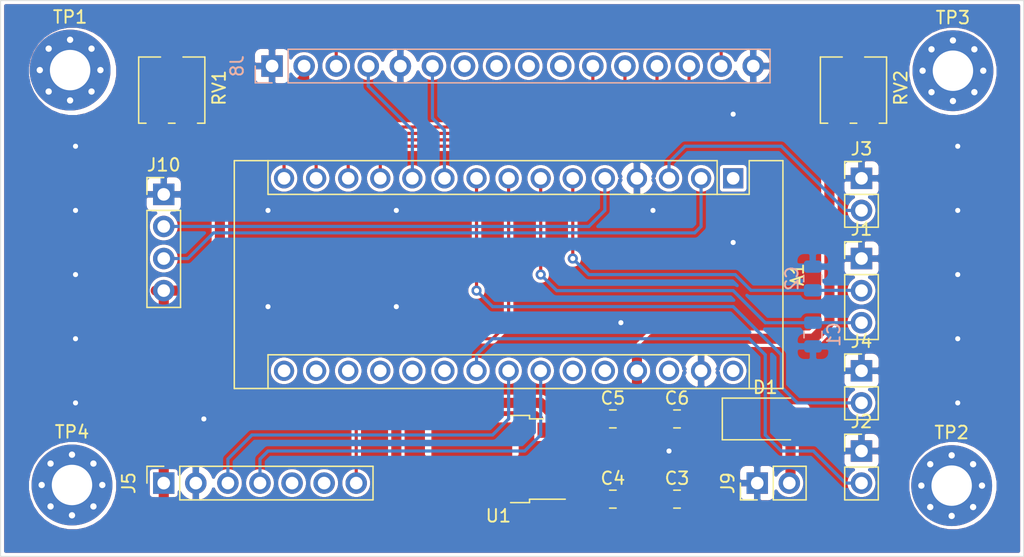
<source format=kicad_pcb>
(kicad_pcb (version 20171130) (host pcbnew "(5.1.6)-1")
  (layers (0 F.Cu signal) (31 B.Cu signal) (34 B.Paste user hide) (35 F.Paste user hide) (36 B.SilkS user) (37 F.SilkS user) (38 B.Mask user hide) (39 F.Mask user) (44 Edge.Cuts user))
  (net 0 "")
  (net 1 "Net-(A1-Pad16)")
  (net 2 D7)
  (net 3 "Net-(A1-Pad30)")
  (net 4 D6)
  (net 5 D5)
  (net 6 "Net-(A1-Pad28)")
  (net 7 D4)
  (net 8 RS)
  (net 9 "Net-(A1-Pad26)")
  (net 10 "Net-(A1-Pad25)")
  (net 11 Résolution)
  (net 12 SCL)
  (net 13 CLK0)
  (net 14 SDA)
  (net 15 RotaryB)
  (net 16 Bande)
  (net 17 RotaryA)
  (net 18 "Net-(A1-Pad21)")
  (net 19 "Net-(A1-Pad20)")
  (net 20 "Net-(A1-Pad19)")
  (net 21 RST)
  (net 22 "Net-(A1-Pad18)")
  (net 23 "Net-(A1-Pad17)")
  (net 24 "Net-(A1-Pad1)")
  (net 25 V0)
  (net 26 A)
  (net 27 "Net-(J8-Pad10)")
  (net 28 "Net-(J8-Pad9)")
  (net 29 "Net-(J8-Pad8)")
  (net 30 "Net-(J8-Pad7)")
  (net 31 +5V)
  (net 32 PPS)
  (net 33 GPS_RX)
  (net 34 E)
  (net 35 +12V)
  (net 36 "Net-(J5-Pad6)")
  (net 37 "Net-(J5-Pad5)")
  (net 38 "Net-(C3-Pad1)")
  (net 39 "Net-(RV2-Pad3)")
  (net 40 GND)
  (module Diode_SMD:D_SMA (layer F.Cu) (at 129.54 71.12)
    (fp_text reference D1 (at 0 -2.5 180) (layer F.SilkS))
    (fp_text value D_Schottky)
    (fp_line (start -3.4 -1.65) (end 2 -1.65) (layer F.SilkS) (width 0.12))
    (fp_line (start -3.4 1.65) (end 2 1.65) (layer F.SilkS) (width 0.12))
    (fp_line (start -3.4 -1.65) (end -3.4 1.65) (layer F.SilkS) (width 0.12))
    (pad 2 smd rect (at 2 0) (size 2.5 1.8) (layers F.Cu F.Paste F.Mask) (net 35 +12V))
    (pad 1 smd rect (at -2 0) (size 2.5 1.8) (layers F.Cu F.Paste F.Mask) (net 38 "Net-(C3-Pad1)"))
  )
  (module Package_TO_SOT_SMD:TO-252-2 (layer F.Cu) (at 108.4072 74.295 180)
    (fp_text reference U1 (at 0 -4.5 180) (layer F.SilkS))
    (fp_text value L7805)
    (fp_line (start -0.97 -3.45) (end -2.47 -3.45) (layer F.SilkS) (width 0.12))
    (fp_line (start -2.47 -3.45) (end -2.47 -3.18) (layer F.SilkS) (width 0.12))
    (fp_line (start -2.47 -3.18) (end -5.3 -3.18) (layer F.SilkS) (width 0.12))
    (fp_line (start -0.97 3.45) (end -2.47 3.45) (layer F.SilkS) (width 0.12))
    (fp_line (start -2.47 3.45) (end -2.47 3.18) (layer F.SilkS) (width 0.12))
    (fp_line (start -2.47 3.18) (end -3.57 3.18) (layer F.SilkS) (width 0.12))
    (pad 2 smd rect (at 2.1 0 180) (size 6.4 5.8) (layers F.Cu F.Mask) (net 40 GND))
    (pad 3 smd rect (at -4.2 2.28 180) (size 2.2 1.2) (layers F.Cu F.Paste F.Mask) (net 31 +5V))
    (pad 1 smd rect (at -4.2 -2.28 180) (size 2.2 1.2) (layers F.Cu F.Paste F.Mask) (net 38 "Net-(C3-Pad1)"))
  )
  (module Module:Arduino_Nano (layer F.Cu) (at 127 52.07 270)
    (fp_text reference A1 (at 7.62 -5.08 90) (layer F.SilkS))
    (fp_text value Arduino_Nano_v3.x)
    (fp_line (start 1.27 1.27) (end 1.27 -1.27) (layer F.SilkS) (width 0.12))
    (fp_line (start 1.27 -1.27) (end -1.4 -1.27) (layer F.SilkS) (width 0.12))
    (fp_line (start -1.4 1.27) (end -1.4 39.5) (layer F.SilkS) (width 0.12))
    (fp_line (start -1.4 -3.94) (end -1.4 -1.27) (layer F.SilkS) (width 0.12))
    (fp_line (start 13.97 -1.27) (end 16.64 -1.27) (layer F.SilkS) (width 0.12))
    (fp_line (start 13.97 -1.27) (end 13.97 36.83) (layer F.SilkS) (width 0.12))
    (fp_line (start 13.97 36.83) (end 16.64 36.83) (layer F.SilkS) (width 0.12))
    (fp_line (start 1.27 1.27) (end -1.4 1.27) (layer F.SilkS) (width 0.12))
    (fp_line (start 1.27 1.27) (end 1.27 36.83) (layer F.SilkS) (width 0.12))
    (fp_line (start 1.27 36.83) (end -1.4 36.83) (layer F.SilkS) (width 0.12))
    (fp_line (start -1.4 39.5) (end 16.64 39.5) (layer F.SilkS) (width 0.12))
    (fp_line (start 16.64 39.5) (end 16.64 -3.94) (layer F.SilkS) (width 0.12))
    (fp_line (start 16.64 -3.94) (end -1.4 -3.94) (layer F.SilkS) (width 0.12))
    (pad 16 thru_hole oval (at 15.24 35.56 270) (size 1.6 1.6) (drill 1) (layers *.Cu *.Mask) (net 1 "Net-(A1-Pad16)"))
    (pad 15 thru_hole oval (at 0 35.56 270) (size 1.6 1.6) (drill 1) (layers *.Cu *.Mask) (net 7 D4))
    (pad 30 thru_hole oval (at 15.24 0 270) (size 1.6 1.6) (drill 1) (layers *.Cu *.Mask) (net 3 "Net-(A1-Pad30)"))
    (pad 14 thru_hole oval (at 0 33.02 270) (size 1.6 1.6) (drill 1) (layers *.Cu *.Mask) (net 5 D5))
    (pad 29 thru_hole oval (at 15.24 2.54 270) (size 1.6 1.6) (drill 1) (layers *.Cu *.Mask) (net 40 GND))
    (pad 13 thru_hole oval (at 0 30.48 270) (size 1.6 1.6) (drill 1) (layers *.Cu *.Mask) (net 4 D6))
    (pad 28 thru_hole oval (at 15.24 5.08 270) (size 1.6 1.6) (drill 1) (layers *.Cu *.Mask) (net 6 "Net-(A1-Pad28)"))
    (pad 12 thru_hole oval (at 0 27.94 270) (size 1.6 1.6) (drill 1) (layers *.Cu *.Mask) (net 2 D7))
    (pad 27 thru_hole oval (at 15.24 7.62 270) (size 1.6 1.6) (drill 1) (layers *.Cu *.Mask) (net 31 +5V))
    (pad 11 thru_hole oval (at 0 25.4 270) (size 1.6 1.6) (drill 1) (layers *.Cu *.Mask) (net 8 RS))
    (pad 26 thru_hole oval (at 15.24 10.16 270) (size 1.6 1.6) (drill 1) (layers *.Cu *.Mask) (net 9 "Net-(A1-Pad26)"))
    (pad 10 thru_hole oval (at 0 22.86 270) (size 1.6 1.6) (drill 1) (layers *.Cu *.Mask) (net 34 E))
    (pad 25 thru_hole oval (at 15.24 12.7 270) (size 1.6 1.6) (drill 1) (layers *.Cu *.Mask) (net 10 "Net-(A1-Pad25)"))
    (pad 9 thru_hole oval (at 0 20.32 270) (size 1.6 1.6) (drill 1) (layers *.Cu *.Mask) (net 11 Résolution))
    (pad 24 thru_hole oval (at 15.24 15.24 270) (size 1.6 1.6) (drill 1) (layers *.Cu *.Mask) (net 12 SCL))
    (pad 8 thru_hole oval (at 0 17.78 270) (size 1.6 1.6) (drill 1) (layers *.Cu *.Mask) (net 13 CLK0))
    (pad 23 thru_hole oval (at 15.24 17.78 270) (size 1.6 1.6) (drill 1) (layers *.Cu *.Mask) (net 14 SDA))
    (pad 7 thru_hole oval (at 0 15.24 270) (size 1.6 1.6) (drill 1) (layers *.Cu *.Mask) (net 15 RotaryB))
    (pad 22 thru_hole oval (at 15.24 20.32 270) (size 1.6 1.6) (drill 1) (layers *.Cu *.Mask) (net 16 Bande))
    (pad 6 thru_hole oval (at 0 12.7 270) (size 1.6 1.6) (drill 1) (layers *.Cu *.Mask) (net 17 RotaryA))
    (pad 21 thru_hole oval (at 15.24 22.86 270) (size 1.6 1.6) (drill 1) (layers *.Cu *.Mask) (net 18 "Net-(A1-Pad21)"))
    (pad 5 thru_hole oval (at 0 10.16 270) (size 1.6 1.6) (drill 1) (layers *.Cu *.Mask) (net 32 PPS))
    (pad 20 thru_hole oval (at 15.24 25.4 270) (size 1.6 1.6) (drill 1) (layers *.Cu *.Mask) (net 19 "Net-(A1-Pad20)"))
    (pad 4 thru_hole oval (at 0 7.62 270) (size 1.6 1.6) (drill 1) (layers *.Cu *.Mask) (net 40 GND))
    (pad 19 thru_hole oval (at 15.24 27.94 270) (size 1.6 1.6) (drill 1) (layers *.Cu *.Mask) (net 20 "Net-(A1-Pad19)"))
    (pad 3 thru_hole oval (at 0 5.08 270) (size 1.6 1.6) (drill 1) (layers *.Cu *.Mask) (net 21 RST))
    (pad 18 thru_hole oval (at 15.24 30.48 270) (size 1.6 1.6) (drill 1) (layers *.Cu *.Mask) (net 22 "Net-(A1-Pad18)"))
    (pad 2 thru_hole oval (at 0 2.54 270) (size 1.6 1.6) (drill 1) (layers *.Cu *.Mask) (net 33 GPS_RX))
    (pad 17 thru_hole oval (at 15.24 33.02 270) (size 1.6 1.6) (drill 1) (layers *.Cu *.Mask) (net 23 "Net-(A1-Pad17)"))
    (pad 1 thru_hole rect (at 0 0 270) (size 1.6 1.6) (drill 1) (layers *.Cu *.Mask) (net 24 "Net-(A1-Pad1)"))
  )
  (module Connector_PinHeader_2.54mm:PinHeader_1x04_P2.54mm_Vertical (layer F.Cu) (at 81.915 53.34)
    (fp_text reference J10 (at 0 -2.33) (layer F.SilkS))
    (fp_text value GPS)
    (fp_line (start -1.33 8.95) (end 1.33 8.95) (layer F.SilkS) (width 0.12))
    (fp_line (start -1.33 1.27) (end -1.33 8.95) (layer F.SilkS) (width 0.12))
    (fp_line (start 1.33 1.27) (end 1.33 8.95) (layer F.SilkS) (width 0.12))
    (fp_line (start -1.33 1.27) (end 1.33 1.27) (layer F.SilkS) (width 0.12))
    (fp_line (start -1.33 0) (end -1.33 -1.33) (layer F.SilkS) (width 0.12))
    (fp_line (start -1.33 -1.33) (end 0 -1.33) (layer F.SilkS) (width 0.12))
    (pad 4 thru_hole oval (at 0 7.62) (size 1.7 1.7) (drill 1) (layers *.Cu *.Mask) (net 31 +5V))
    (pad 3 thru_hole oval (at 0 5.08) (size 1.7 1.7) (drill 1) (layers *.Cu *.Mask) (net 33 GPS_RX))
    (pad 2 thru_hole oval (at 0 2.54) (size 1.7 1.7) (drill 1) (layers *.Cu *.Mask) (net 32 PPS))
    (pad 1 thru_hole rect (at 0 0) (size 1.7 1.7) (drill 1) (layers *.Cu *.Mask) (net 40 GND))
  )
  (module Capacitor_SMD:C_0805_2012Metric (layer F.Cu) (at 122.555 71.12)
    (fp_text reference C6 (at 0 -1.65) (layer F.SilkS))
    (fp_text value 4.7µF)
    (fp_line (start -0.258578 -0.71) (end 0.258578 -0.71) (layer F.SilkS) (width 0.12))
    (fp_line (start -0.258578 0.71) (end 0.258578 0.71) (layer F.SilkS) (width 0.12))
    (pad 2 smd roundrect (at 0.9375 0) (size 0.975 1.4) (layers F.Cu F.Paste F.Mask) (net 40 GND))
    (pad 1 smd roundrect (at -0.9375 0) (size 0.975 1.4) (layers F.Cu F.Paste F.Mask) (net 31 +5V))
  )
  (module Capacitor_SMD:C_0805_2012Metric (layer F.Cu) (at 117.475 71.12)
    (fp_text reference C5 (at 0 -1.65) (layer F.SilkS))
    (fp_text value 0.1µF)
    (fp_line (start -0.258578 -0.71) (end 0.258578 -0.71) (layer F.SilkS) (width 0.12))
    (fp_line (start -0.258578 0.71) (end 0.258578 0.71) (layer F.SilkS) (width 0.12))
    (pad 2 smd roundrect (at 0.9375 0) (size 0.975 1.4) (layers F.Cu F.Paste F.Mask) (net 40 GND))
    (pad 1 smd roundrect (at -0.9375 0) (size 0.975 1.4) (layers F.Cu F.Paste F.Mask) (net 31 +5V))
  )
  (module Capacitor_SMD:C_0805_2012Metric (layer F.Cu) (at 117.475 77.47)
    (fp_text reference C4 (at 0 -1.65) (layer F.SilkS))
    (fp_text value 0.1µF)
    (fp_line (start -0.258578 -0.71) (end 0.258578 -0.71) (layer F.SilkS) (width 0.12))
    (fp_line (start -0.258578 0.71) (end 0.258578 0.71) (layer F.SilkS) (width 0.12))
    (pad 2 smd roundrect (at 0.9375 0) (size 0.975 1.4) (layers F.Cu F.Paste F.Mask) (net 40 GND))
    (pad 1 smd roundrect (at -0.9375 0) (size 0.975 1.4) (layers F.Cu F.Paste F.Mask) (net 38 "Net-(C3-Pad1)"))
  )
  (module Capacitor_SMD:C_0805_2012Metric (layer F.Cu) (at 122.555 77.47)
    (fp_text reference C3 (at 0 -1.65) (layer F.SilkS))
    (fp_text value 4.7µF)
    (fp_line (start -0.258578 -0.71) (end 0.258578 -0.71) (layer F.SilkS) (width 0.12))
    (fp_line (start -0.258578 0.71) (end 0.258578 0.71) (layer F.SilkS) (width 0.12))
    (pad 2 smd roundrect (at 0.9375 0) (size 0.975 1.4) (layers F.Cu F.Paste F.Mask) (net 40 GND))
    (pad 1 smd roundrect (at -0.9375 0) (size 0.975 1.4) (layers F.Cu F.Paste F.Mask) (net 38 "Net-(C3-Pad1)"))
  )
  (module Capacitor_SMD:C_0805_2012Metric (layer B.Cu) (at 133.3 60 270)
    (fp_text reference C2 (at 0 1.65 270) (layer B.SilkS) (effects (justify mirror)))
    (fp_text value 0.1µF)
    (fp_line (start -0.258578 0.71) (end 0.258578 0.71) (layer B.SilkS) (width 0.12))
    (fp_line (start -0.258578 -0.71) (end 0.258578 -0.71) (layer B.SilkS) (width 0.12))
    (pad 2 smd roundrect (at 0.9375 0 270) (size 0.975 1.4) (layers B.Cu B.Paste B.Mask) (net 17 RotaryA))
    (pad 1 smd roundrect (at -0.9375 0 270) (size 0.975 1.4) (layers B.Cu B.Paste B.Mask) (net 40 GND))
  )
  (module Capacitor_SMD:C_0805_2012Metric (layer B.Cu) (at 133.32 64.4375 90)
    (fp_text reference C1 (at 0 1.65 270) (layer B.SilkS) (effects (justify mirror)))
    (fp_text value 0.1µF)
    (fp_line (start -0.258578 0.71) (end 0.258578 0.71) (layer B.SilkS) (width 0.12))
    (fp_line (start -0.258578 -0.71) (end 0.258578 -0.71) (layer B.SilkS) (width 0.12))
    (pad 2 smd roundrect (at 0.9375 0 90) (size 0.975 1.4) (layers B.Cu B.Paste B.Mask) (net 15 RotaryB))
    (pad 1 smd roundrect (at -0.9375 0 90) (size 0.975 1.4) (layers B.Cu B.Paste B.Mask) (net 40 GND))
  )
  (module Connector_PinHeader_2.54mm:PinHeader_1x02_P2.54mm_Vertical (layer F.Cu) (at 128.905 76.2 90)
    (fp_text reference J9 (at 0 -2.33 90) (layer F.SilkS))
    (fp_text value "Alim +12V")
    (fp_line (start -1.33 -1.33) (end 0 -1.33) (layer F.SilkS) (width 0.12))
    (fp_line (start -1.33 0) (end -1.33 -1.33) (layer F.SilkS) (width 0.12))
    (fp_line (start -1.33 1.27) (end 1.33 1.27) (layer F.SilkS) (width 0.12))
    (fp_line (start 1.33 1.27) (end 1.33 3.87) (layer F.SilkS) (width 0.12))
    (fp_line (start -1.33 1.27) (end -1.33 3.87) (layer F.SilkS) (width 0.12))
    (fp_line (start -1.33 3.87) (end 1.33 3.87) (layer F.SilkS) (width 0.12))
    (pad 2 thru_hole oval (at 0 2.54 90) (size 1.7 1.7) (drill 1) (layers *.Cu *.Mask) (net 35 +12V))
    (pad 1 thru_hole rect (at 0 0 90) (size 1.7 1.7) (drill 1) (layers *.Cu *.Mask) (net 40 GND))
  )
  (module Connector_PinSocket_2.54mm:PinSocket_1x16_P2.54mm_Vertical (layer B.Cu) (at 90.49 43.18 270)
    (fp_text reference J8 (at 0 2.77 270) (layer B.SilkS) (effects (justify mirror)))
    (fp_text value LCD)
    (fp_line (start 0 1.33) (end 1.33 1.33) (layer B.SilkS) (width 0.12))
    (fp_line (start 1.33 1.33) (end 1.33 0) (layer B.SilkS) (width 0.12))
    (fp_line (start 1.33 -1.27) (end 1.33 -39.43) (layer B.SilkS) (width 0.12))
    (fp_line (start -1.33 -39.43) (end 1.33 -39.43) (layer B.SilkS) (width 0.12))
    (fp_line (start -1.33 -1.27) (end -1.33 -39.43) (layer B.SilkS) (width 0.12))
    (fp_line (start -1.33 -1.27) (end 1.33 -1.27) (layer B.SilkS) (width 0.12))
    (pad 16 thru_hole oval (at 0 -38.1 270) (size 1.7 1.7) (drill 1) (layers *.Cu *.Mask) (net 40 GND))
    (pad 15 thru_hole oval (at 0 -35.56 270) (size 1.7 1.7) (drill 1) (layers *.Cu *.Mask) (net 26 A))
    (pad 14 thru_hole oval (at 0 -33.02 270) (size 1.7 1.7) (drill 1) (layers *.Cu *.Mask) (net 2 D7))
    (pad 13 thru_hole oval (at 0 -30.48 270) (size 1.7 1.7) (drill 1) (layers *.Cu *.Mask) (net 4 D6))
    (pad 12 thru_hole oval (at 0 -27.94 270) (size 1.7 1.7) (drill 1) (layers *.Cu *.Mask) (net 5 D5))
    (pad 11 thru_hole oval (at 0 -25.4 270) (size 1.7 1.7) (drill 1) (layers *.Cu *.Mask) (net 7 D4))
    (pad 10 thru_hole oval (at 0 -22.86 270) (size 1.7 1.7) (drill 1) (layers *.Cu *.Mask) (net 27 "Net-(J8-Pad10)"))
    (pad 9 thru_hole oval (at 0 -20.32 270) (size 1.7 1.7) (drill 1) (layers *.Cu *.Mask) (net 28 "Net-(J8-Pad9)"))
    (pad 8 thru_hole oval (at 0 -17.78 270) (size 1.7 1.7) (drill 1) (layers *.Cu *.Mask) (net 29 "Net-(J8-Pad8)"))
    (pad 7 thru_hole oval (at 0 -15.24 270) (size 1.7 1.7) (drill 1) (layers *.Cu *.Mask) (net 30 "Net-(J8-Pad7)"))
    (pad 6 thru_hole oval (at 0 -12.7 270) (size 1.7 1.7) (drill 1) (layers *.Cu *.Mask) (net 34 E))
    (pad 5 thru_hole oval (at 0 -10.16 270) (size 1.7 1.7) (drill 1) (layers *.Cu *.Mask) (net 40 GND))
    (pad 4 thru_hole oval (at 0 -7.62 270) (size 1.7 1.7) (drill 1) (layers *.Cu *.Mask) (net 8 RS))
    (pad 3 thru_hole oval (at 0 -5.08 270) (size 1.7 1.7) (drill 1) (layers *.Cu *.Mask) (net 25 V0))
    (pad 2 thru_hole oval (at 0 -2.54 270) (size 1.7 1.7) (drill 1) (layers *.Cu *.Mask) (net 31 +5V))
    (pad 1 thru_hole rect (at 0 0 270) (size 1.7 1.7) (drill 1) (layers *.Cu *.Mask) (net 40 GND))
  )
  (module Connector_PinSocket_2.54mm:PinSocket_1x07_P2.54mm_Vertical (layer F.Cu) (at 81.915 76.2 90)
    (fp_text reference J5 (at 0 -2.77 90) (layer F.SilkS))
    (fp_text value Si5351)
    (fp_line (start 0 -1.33) (end 1.33 -1.33) (layer F.SilkS) (width 0.12))
    (fp_line (start 1.33 -1.33) (end 1.33 0) (layer F.SilkS) (width 0.12))
    (fp_line (start 1.33 1.27) (end 1.33 16.57) (layer F.SilkS) (width 0.12))
    (fp_line (start -1.33 16.57) (end 1.33 16.57) (layer F.SilkS) (width 0.12))
    (fp_line (start -1.33 1.27) (end -1.33 16.57) (layer F.SilkS) (width 0.12))
    (fp_line (start -1.33 1.27) (end 1.33 1.27) (layer F.SilkS) (width 0.12))
    (pad 7 thru_hole oval (at 0 15.24 90) (size 1.7 1.7) (drill 1) (layers *.Cu *.Mask) (net 13 CLK0))
    (pad 6 thru_hole oval (at 0 12.7 90) (size 1.7 1.7) (drill 1) (layers *.Cu *.Mask) (net 36 "Net-(J5-Pad6)"))
    (pad 5 thru_hole oval (at 0 10.16 90) (size 1.7 1.7) (drill 1) (layers *.Cu *.Mask) (net 37 "Net-(J5-Pad5)"))
    (pad 4 thru_hole oval (at 0 7.62 90) (size 1.7 1.7) (drill 1) (layers *.Cu *.Mask) (net 12 SCL))
    (pad 3 thru_hole oval (at 0 5.08 90) (size 1.7 1.7) (drill 1) (layers *.Cu *.Mask) (net 14 SDA))
    (pad 2 thru_hole oval (at 0 2.54 90) (size 1.7 1.7) (drill 1) (layers *.Cu *.Mask) (net 40 GND))
    (pad 1 thru_hole rect (at 0 0 90) (size 1.7 1.7) (drill 1) (layers *.Cu *.Mask) (net 31 +5V))
  )
  (module Connector_PinHeader_2.54mm:PinHeader_1x02_P2.54mm_Vertical (layer F.Cu) (at 137.16 67.31)
    (fp_text reference J4 (at 0 -2.33) (layer F.SilkS))
    (fp_text value Résolution)
    (fp_line (start -1.33 -1.33) (end 0 -1.33) (layer F.SilkS) (width 0.12))
    (fp_line (start -1.33 0) (end -1.33 -1.33) (layer F.SilkS) (width 0.12))
    (fp_line (start -1.33 1.27) (end 1.33 1.27) (layer F.SilkS) (width 0.12))
    (fp_line (start 1.33 1.27) (end 1.33 3.87) (layer F.SilkS) (width 0.12))
    (fp_line (start -1.33 1.27) (end -1.33 3.87) (layer F.SilkS) (width 0.12))
    (fp_line (start -1.33 3.87) (end 1.33 3.87) (layer F.SilkS) (width 0.12))
    (pad 2 thru_hole oval (at 0 2.54) (size 1.7 1.7) (drill 1) (layers *.Cu *.Mask) (net 11 Résolution))
    (pad 1 thru_hole rect (at 0 0) (size 1.7 1.7) (drill 1) (layers *.Cu *.Mask) (net 40 GND))
  )
  (module Connector_PinHeader_2.54mm:PinHeader_1x02_P2.54mm_Vertical (layer F.Cu) (at 137.16 52.07)
    (fp_text reference J3 (at 0 -2.33) (layer F.SilkS))
    (fp_text value Reset)
    (fp_line (start -1.33 -1.33) (end 0 -1.33) (layer F.SilkS) (width 0.12))
    (fp_line (start -1.33 0) (end -1.33 -1.33) (layer F.SilkS) (width 0.12))
    (fp_line (start -1.33 1.27) (end 1.33 1.27) (layer F.SilkS) (width 0.12))
    (fp_line (start 1.33 1.27) (end 1.33 3.87) (layer F.SilkS) (width 0.12))
    (fp_line (start -1.33 1.27) (end -1.33 3.87) (layer F.SilkS) (width 0.12))
    (fp_line (start -1.33 3.87) (end 1.33 3.87) (layer F.SilkS) (width 0.12))
    (pad 2 thru_hole oval (at 0 2.54) (size 1.7 1.7) (drill 1) (layers *.Cu *.Mask) (net 21 RST))
    (pad 1 thru_hole rect (at 0 0) (size 1.7 1.7) (drill 1) (layers *.Cu *.Mask) (net 40 GND))
  )
  (module Connector_PinHeader_2.54mm:PinHeader_1x02_P2.54mm_Vertical (layer F.Cu) (at 137.16 73.66)
    (fp_text reference J2 (at 0 -2.33) (layer F.SilkS))
    (fp_text value Bande)
    (fp_line (start -1.33 -1.33) (end 0 -1.33) (layer F.SilkS) (width 0.12))
    (fp_line (start -1.33 0) (end -1.33 -1.33) (layer F.SilkS) (width 0.12))
    (fp_line (start -1.33 1.27) (end 1.33 1.27) (layer F.SilkS) (width 0.12))
    (fp_line (start 1.33 1.27) (end 1.33 3.87) (layer F.SilkS) (width 0.12))
    (fp_line (start -1.33 1.27) (end -1.33 3.87) (layer F.SilkS) (width 0.12))
    (fp_line (start -1.33 3.87) (end 1.33 3.87) (layer F.SilkS) (width 0.12))
    (pad 2 thru_hole oval (at 0 2.54) (size 1.7 1.7) (drill 1) (layers *.Cu *.Mask) (net 16 Bande))
    (pad 1 thru_hole rect (at 0 0) (size 1.7 1.7) (drill 1) (layers *.Cu *.Mask) (net 40 GND))
  )
  (module Connector_PinHeader_2.54mm:PinHeader_1x03_P2.54mm_Vertical (layer F.Cu) (at 137.16 58.42)
    (fp_text reference J1 (at 0 -2.33) (layer F.SilkS))
    (fp_text value Fréquence)
    (fp_line (start -1.33 -1.33) (end 0 -1.33) (layer F.SilkS) (width 0.12))
    (fp_line (start -1.33 0) (end -1.33 -1.33) (layer F.SilkS) (width 0.12))
    (fp_line (start -1.33 1.27) (end 1.33 1.27) (layer F.SilkS) (width 0.12))
    (fp_line (start 1.33 1.27) (end 1.33 6.41) (layer F.SilkS) (width 0.12))
    (fp_line (start -1.33 1.27) (end -1.33 6.41) (layer F.SilkS) (width 0.12))
    (fp_line (start -1.33 6.41) (end 1.33 6.41) (layer F.SilkS) (width 0.12))
    (pad 3 thru_hole oval (at 0 5.08) (size 1.7 1.7) (drill 1) (layers *.Cu *.Mask) (net 15 RotaryB))
    (pad 2 thru_hole oval (at 0 2.54) (size 1.7 1.7) (drill 1) (layers *.Cu *.Mask) (net 17 RotaryA))
    (pad 1 thru_hole rect (at 0 0) (size 1.7 1.7) (drill 1) (layers *.Cu *.Mask) (net 40 GND))
  )
  (module Potentiometer_SMD:Potentiometer_Vishay_TS53YL_Vertical (layer F.Cu) (at 82.55 45.085 270)
    (fp_text reference RV1 (at -0.175 -3.75 90) (layer F.SilkS))
    (fp_text value Contraste)
    (fp_line (start 2.62 2.04) (end 2.62 2.62) (layer F.SilkS) (width 0.12))
    (fp_line (start 2.62 -0.26) (end 2.62 0.26) (layer F.SilkS) (width 0.12))
    (fp_line (start 2.62 -2.62) (end 2.62 -2.039) (layer F.SilkS) (width 0.12))
    (fp_line (start -2.62 0.89) (end -2.62 2.62) (layer F.SilkS) (width 0.12))
    (fp_line (start -2.62 -2.62) (end -2.62 -0.89) (layer F.SilkS) (width 0.12))
    (fp_line (start -2.62 2.62) (end 2.62 2.62) (layer F.SilkS) (width 0.12))
    (fp_line (start -2.62 -2.62) (end 2.62 -2.62) (layer F.SilkS) (width 0.12))
    (pad 3 smd rect (at 2.75 1.15 270) (size 1.3 1.3) (layers F.Cu F.Paste F.Mask) (net 40 GND))
    (pad 2 smd rect (at -2.75 0 270) (size 2 1.3) (layers F.Cu F.Paste F.Mask) (net 25 V0))
    (pad 1 smd rect (at 2.75 -1.15 270) (size 1.3 1.3) (layers F.Cu F.Paste F.Mask) (net 31 +5V))
  )
  (module Potentiometer_SMD:Potentiometer_Vishay_TS53YL_Vertical (layer F.Cu) (at 136.525 45.085 270)
    (fp_text reference RV2 (at -0.175 -3.75 90) (layer F.SilkS))
    (fp_text value Backlight)
    (fp_line (start -2.62 -2.62) (end 2.62 -2.62) (layer F.SilkS) (width 0.12))
    (fp_line (start -2.62 2.62) (end 2.62 2.62) (layer F.SilkS) (width 0.12))
    (fp_line (start -2.62 -2.62) (end -2.62 -0.89) (layer F.SilkS) (width 0.12))
    (fp_line (start -2.62 0.89) (end -2.62 2.62) (layer F.SilkS) (width 0.12))
    (fp_line (start 2.62 -2.62) (end 2.62 -2.039) (layer F.SilkS) (width 0.12))
    (fp_line (start 2.62 -0.26) (end 2.62 0.26) (layer F.SilkS) (width 0.12))
    (fp_line (start 2.62 2.04) (end 2.62 2.62) (layer F.SilkS) (width 0.12))
    (pad 1 smd rect (at 2.75 -1.15 270) (size 1.3 1.3) (layers F.Cu F.Paste F.Mask) (net 31 +5V))
    (pad 2 smd rect (at -2.75 0 270) (size 2 1.3) (layers F.Cu F.Paste F.Mask) (net 26 A))
    (pad 3 smd rect (at 2.75 1.15 270) (size 1.3 1.3) (layers F.Cu F.Paste F.Mask) (net 39 "Net-(RV2-Pad3)"))
  )
  (module MountingHole:MountingHole_3.2mm_M3_Pad_Via (layer F.Cu) (at 74.5 43.5)
    (fp_text reference TP1 (at 0 -4.2) (layer F.SilkS))
    (fp_text value TestPoint_Alt)
    (pad 1 thru_hole circle (at 1.697056 -1.697056) (size 0.8 0.8) (drill 0.5) (layers *.Cu *.Mask) (net 40 GND))
    (pad 1 thru_hole circle (at 0 -2.4) (size 0.8 0.8) (drill 0.5) (layers *.Cu *.Mask) (net 40 GND))
    (pad 1 thru_hole circle (at -1.697056 -1.697056) (size 0.8 0.8) (drill 0.5) (layers *.Cu *.Mask) (net 40 GND))
    (pad 1 thru_hole circle (at -2.4 0) (size 0.8 0.8) (drill 0.5) (layers *.Cu *.Mask) (net 40 GND))
    (pad 1 thru_hole circle (at -1.697056 1.697056) (size 0.8 0.8) (drill 0.5) (layers *.Cu *.Mask) (net 40 GND))
    (pad 1 thru_hole circle (at 0 2.4) (size 0.8 0.8) (drill 0.5) (layers *.Cu *.Mask) (net 40 GND))
    (pad 1 thru_hole circle (at 1.697056 1.697056) (size 0.8 0.8) (drill 0.5) (layers *.Cu *.Mask) (net 40 GND))
    (pad 1 thru_hole circle (at 2.4 0) (size 0.8 0.8) (drill 0.5) (layers *.Cu *.Mask) (net 40 GND))
    (pad 1 thru_hole circle (at 0 0) (size 6.4 6.4) (drill 3.2) (layers *.Cu *.Mask) (net 40 GND))
  )
  (module MountingHole:MountingHole_3.2mm_M3_Pad_Via (layer F.Cu) (at 144.3 76.4)
    (fp_text reference TP2 (at 0 -4.2) (layer F.SilkS))
    (fp_text value TestPoint_Alt)
    (pad 1 thru_hole circle (at 0 0) (size 6.4 6.4) (drill 3.2) (layers *.Cu *.Mask) (net 40 GND))
    (pad 1 thru_hole circle (at 2.4 0) (size 0.8 0.8) (drill 0.5) (layers *.Cu *.Mask) (net 40 GND))
    (pad 1 thru_hole circle (at 1.697056 1.697056) (size 0.8 0.8) (drill 0.5) (layers *.Cu *.Mask) (net 40 GND))
    (pad 1 thru_hole circle (at 0 2.4) (size 0.8 0.8) (drill 0.5) (layers *.Cu *.Mask) (net 40 GND))
    (pad 1 thru_hole circle (at -1.697056 1.697056) (size 0.8 0.8) (drill 0.5) (layers *.Cu *.Mask) (net 40 GND))
    (pad 1 thru_hole circle (at -2.4 0) (size 0.8 0.8) (drill 0.5) (layers *.Cu *.Mask) (net 40 GND))
    (pad 1 thru_hole circle (at -1.697056 -1.697056) (size 0.8 0.8) (drill 0.5) (layers *.Cu *.Mask) (net 40 GND))
    (pad 1 thru_hole circle (at 0 -2.4) (size 0.8 0.8) (drill 0.5) (layers *.Cu *.Mask) (net 40 GND))
    (pad 1 thru_hole circle (at 1.697056 -1.697056) (size 0.8 0.8) (drill 0.5) (layers *.Cu *.Mask) (net 40 GND))
  )
  (module MountingHole:MountingHole_3.2mm_M3_Pad_Via (layer F.Cu) (at 144.4 43.55)
    (fp_text reference TP3 (at 0 -4.2) (layer F.SilkS))
    (fp_text value TestPoint_Alt)
    (pad 1 thru_hole circle (at 1.697056 -1.697056) (size 0.8 0.8) (drill 0.5) (layers *.Cu *.Mask) (net 40 GND))
    (pad 1 thru_hole circle (at 0 -2.4) (size 0.8 0.8) (drill 0.5) (layers *.Cu *.Mask) (net 40 GND))
    (pad 1 thru_hole circle (at -1.697056 -1.697056) (size 0.8 0.8) (drill 0.5) (layers *.Cu *.Mask) (net 40 GND))
    (pad 1 thru_hole circle (at -2.4 0) (size 0.8 0.8) (drill 0.5) (layers *.Cu *.Mask) (net 40 GND))
    (pad 1 thru_hole circle (at -1.697056 1.697056) (size 0.8 0.8) (drill 0.5) (layers *.Cu *.Mask) (net 40 GND))
    (pad 1 thru_hole circle (at 0 2.4) (size 0.8 0.8) (drill 0.5) (layers *.Cu *.Mask) (net 40 GND))
    (pad 1 thru_hole circle (at 1.697056 1.697056) (size 0.8 0.8) (drill 0.5) (layers *.Cu *.Mask) (net 40 GND))
    (pad 1 thru_hole circle (at 2.4 0) (size 0.8 0.8) (drill 0.5) (layers *.Cu *.Mask) (net 40 GND))
    (pad 1 thru_hole circle (at 0 0) (size 6.4 6.4) (drill 3.2) (layers *.Cu *.Mask) (net 40 GND))
  )
  (module MountingHole:MountingHole_3.2mm_M3_Pad_Via (layer F.Cu) (at 74.65 76.35)
    (fp_text reference TP4 (at 0 -4.2) (layer F.SilkS))
    (fp_text value TestPoint_Alt)
    (pad 1 thru_hole circle (at 0 0) (size 6.4 6.4) (drill 3.2) (layers *.Cu *.Mask) (net 40 GND))
    (pad 1 thru_hole circle (at 2.4 0) (size 0.8 0.8) (drill 0.5) (layers *.Cu *.Mask) (net 40 GND))
    (pad 1 thru_hole circle (at 1.697056 1.697056) (size 0.8 0.8) (drill 0.5) (layers *.Cu *.Mask) (net 40 GND))
    (pad 1 thru_hole circle (at 0 2.4) (size 0.8 0.8) (drill 0.5) (layers *.Cu *.Mask) (net 40 GND))
    (pad 1 thru_hole circle (at -1.697056 1.697056) (size 0.8 0.8) (drill 0.5) (layers *.Cu *.Mask) (net 40 GND))
    (pad 1 thru_hole circle (at -2.4 0) (size 0.8 0.8) (drill 0.5) (layers *.Cu *.Mask) (net 40 GND))
    (pad 1 thru_hole circle (at -1.697056 -1.697056) (size 0.8 0.8) (drill 0.5) (layers *.Cu *.Mask) (net 40 GND))
    (pad 1 thru_hole circle (at 0 -2.4) (size 0.8 0.8) (drill 0.5) (layers *.Cu *.Mask) (net 40 GND))
    (pad 1 thru_hole circle (at 1.697056 -1.697056) (size 0.8 0.8) (drill 0.5) (layers *.Cu *.Mask) (net 40 GND))
  )
  (gr_line (start 69 82) (end 69 38) (layer Edge.Cuts) (width 0.05))
  (gr_line (start 150 82) (end 69 82) (layer Edge.Cuts) (width 0.05))
  (gr_line (start 150 38) (end 150 82) (layer Edge.Cuts) (width 0.05))
  (gr_line (start 69 38) (end 150 38) (layer Edge.Cuts) (width 0.05))
  (segment (start 99.06 50.8) (end 100.33 49.53) (width 0.25) (layer F.Cu) (net 2))
  (segment (start 99.06 52.07) (end 99.06 50.8) (width 0.25) (layer F.Cu) (net 2))
  (segment (start 100.33 49.53) (end 120.65 49.53) (width 0.25) (layer F.Cu) (net 2))
  (segment (start 123.51 46.67) (end 120.65 49.53) (width 0.25) (layer F.Cu) (net 2))
  (segment (start 123.51 43.18) (end 123.51 46.67) (width 0.25) (layer F.Cu) (net 2))
  (segment (start 96.52 49.53) (end 97.028 49.022) (width 0.25) (layer F.Cu) (net 4))
  (segment (start 96.52 52.07) (end 96.52 49.53) (width 0.25) (layer F.Cu) (net 4))
  (segment (start 97.028 49.022) (end 118.618 49.022) (width 0.25) (layer F.Cu) (net 4))
  (segment (start 120.97 43.18) (end 120.97 46.67) (width 0.25) (layer F.Cu) (net 4))
  (segment (start 120.97 46.67) (end 118.618 49.022) (width 0.25) (layer F.Cu) (net 4))
  (segment (start 93.98 49.53) (end 94.996 48.514) (width 0.25) (layer F.Cu) (net 5))
  (segment (start 93.98 52.07) (end 93.98 49.53) (width 0.25) (layer F.Cu) (net 5))
  (segment (start 94.996 48.514) (end 116.586 48.514) (width 0.25) (layer F.Cu) (net 5))
  (segment (start 118.43 46.67) (end 116.586 48.514) (width 0.25) (layer F.Cu) (net 5))
  (segment (start 118.43 43.18) (end 118.43 46.67) (width 0.25) (layer F.Cu) (net 5))
  (segment (start 91.44 48.514) (end 91.948 48.006) (width 0.25) (layer F.Cu) (net 7))
  (segment (start 91.44 52.07) (end 91.44 48.514) (width 0.25) (layer F.Cu) (net 7))
  (segment (start 91.948 48.006) (end 114.554 48.006) (width 0.25) (layer F.Cu) (net 7))
  (segment (start 115.89 46.67) (end 114.554 48.006) (width 0.25) (layer F.Cu) (net 7))
  (segment (start 115.89 43.18) (end 115.89 46.67) (width 0.25) (layer F.Cu) (net 7))
  (segment (start 98.11 43.18) (end 98.11 44.77) (width 0.25) (layer B.Cu) (net 8))
  (segment (start 101.6 48.26) (end 101.6 52.07) (width 0.25) (layer B.Cu) (net 8))
  (segment (start 98.11 44.77) (end 101.6 48.26) (width 0.25) (layer B.Cu) (net 8))
  (segment (start 137.16 69.85) (end 132.08 69.85) (width 0.25) (layer B.Cu) (net 11))
  (segment (start 132.08 69.85) (end 130.81 68.58) (width 0.25) (layer B.Cu) (net 11))
  (segment (start 130.81 68.58) (end 130.81 66.04) (width 0.25) (layer B.Cu) (net 11))
  (segment (start 130.81 66.04) (end 128.27 63.5) (width 0.25) (layer B.Cu) (net 11))
  (segment (start 128.27 63.5) (end 127 62.23) (width 0.25) (layer B.Cu) (net 11))
  (segment (start 127 62.23) (end 107.95 62.23) (width 0.25) (layer B.Cu) (net 11))
  (via (at 106.68 60.96) (size 0.8) (drill 0.4) (layers F.Cu B.Cu) (net 11))
  (segment (start 107.95 62.23) (end 106.68 60.96) (width 0.25) (layer B.Cu) (net 11))
  (segment (start 106.68 60.96) (end 106.68 52.07) (width 0.25) (layer F.Cu) (net 11))
  (segment (start 111.659998 67.410002) (end 111.76 67.31) (width 0.25) (layer F.Cu) (net 12))
  (segment (start 89.535 76.2) (end 89.535 74.295) (width 0.25) (layer B.Cu) (net 12))
  (segment (start 89.535 74.295) (end 90.17 73.66) (width 0.25) (layer B.Cu) (net 12))
  (segment (start 90.17 73.66) (end 110.49 73.66) (width 0.25) (layer B.Cu) (net 12))
  (segment (start 111.76 72.39) (end 111.76 67.31) (width 0.25) (layer B.Cu) (net 12))
  (segment (start 110.49 73.66) (end 111.76 72.39) (width 0.25) (layer B.Cu) (net 12))
  (segment (start 97.155 70.485) (end 96.52 69.85) (width 0.25) (layer F.Cu) (net 13))
  (segment (start 96.52 69.85) (end 90.17 69.85) (width 0.25) (layer F.Cu) (net 13))
  (segment (start 90.17 69.85) (end 88.9 68.58) (width 0.25) (layer F.Cu) (net 13))
  (segment (start 88.9 68.58) (end 88.9 66.04) (width 0.25) (layer F.Cu) (net 13))
  (segment (start 88.9 66.04) (end 90.17 64.77) (width 0.25) (layer F.Cu) (net 13))
  (segment (start 90.17 64.77) (end 107.95 64.77) (width 0.25) (layer F.Cu) (net 13))
  (segment (start 109.22 63.5) (end 109.22 52.07) (width 0.25) (layer F.Cu) (net 13))
  (segment (start 107.95 64.77) (end 109.22 63.5) (width 0.25) (layer F.Cu) (net 13))
  (segment (start 97.155 70.485) (end 97.155 76.2) (width 0.25) (layer F.Cu) (net 13))
  (segment (start 86.995 76.2) (end 86.995 74.295) (width 0.25) (layer B.Cu) (net 14))
  (segment (start 86.995 74.295) (end 88.9 72.39) (width 0.25) (layer B.Cu) (net 14))
  (segment (start 88.9 72.39) (end 107.95 72.39) (width 0.25) (layer B.Cu) (net 14))
  (segment (start 109.22 71.12) (end 109.22 67.31) (width 0.25) (layer B.Cu) (net 14))
  (segment (start 107.95 72.39) (end 109.22 71.12) (width 0.25) (layer B.Cu) (net 14))
  (segment (start 129.54 63.5) (end 127 60.96) (width 0.25) (layer B.Cu) (net 15))
  (segment (start 127 60.96) (end 113.03 60.96) (width 0.25) (layer B.Cu) (net 15))
  (via (at 111.76 59.69) (size 0.8) (drill 0.4) (layers F.Cu B.Cu) (net 15))
  (segment (start 113.03 60.96) (end 111.76 59.69) (width 0.25) (layer B.Cu) (net 15))
  (segment (start 111.76 59.69) (end 111.76 52.07) (width 0.25) (layer F.Cu) (net 15))
  (segment (start 137.16 63.5) (end 133.32 63.5) (width 0.25) (layer B.Cu) (net 15))
  (segment (start 133.32 63.5) (end 129.54 63.5) (width 0.25) (layer B.Cu) (net 15))
  (segment (start 137.16 76.2) (end 135.89 76.2) (width 0.25) (layer B.Cu) (net 16))
  (segment (start 135.89 76.2) (end 133.35 73.66) (width 0.25) (layer B.Cu) (net 16))
  (segment (start 133.35 73.66) (end 130.81 73.66) (width 0.25) (layer B.Cu) (net 16))
  (segment (start 130.81 73.66) (end 129.54 72.39) (width 0.25) (layer B.Cu) (net 16))
  (segment (start 129.54 72.39) (end 129.54 66.04) (width 0.25) (layer B.Cu) (net 16))
  (segment (start 129.54 66.04) (end 128.27 64.77) (width 0.25) (layer B.Cu) (net 16))
  (segment (start 128.27 64.77) (end 107.95 64.77) (width 0.25) (layer B.Cu) (net 16))
  (segment (start 106.68 66.04) (end 106.68 67.31) (width 0.25) (layer B.Cu) (net 16))
  (segment (start 107.95 64.77) (end 106.68 66.04) (width 0.25) (layer B.Cu) (net 16))
  (via (at 114.3 58.42) (size 0.8) (drill 0.4) (layers F.Cu B.Cu) (net 17))
  (segment (start 114.3 58.42) (end 114.3 52.07) (width 0.25) (layer F.Cu) (net 17))
  (segment (start 133.35 60.96) (end 133.4285 60.8815) (width 0.25) (layer B.Cu) (net 17))
  (segment (start 137.1375 60.9375) (end 137.16 60.96) (width 0.25) (layer B.Cu) (net 17))
  (segment (start 133.3 60.9375) (end 137.1375 60.9375) (width 0.25) (layer B.Cu) (net 17))
  (segment (start 115.57 59.69) (end 114.3 58.42) (width 0.25) (layer B.Cu) (net 17))
  (segment (start 127.157 59.69) (end 115.57 59.69) (width 0.25) (layer B.Cu) (net 17))
  (segment (start 133.3 60.9375) (end 128.4045 60.9375) (width 0.25) (layer B.Cu) (net 17))
  (segment (start 128.4045 60.9375) (end 127.157 59.69) (width 0.25) (layer B.Cu) (net 17))
  (segment (start 135.89 54.61) (end 137.16 54.61) (width 0.25) (layer B.Cu) (net 21))
  (segment (start 130.81 49.53) (end 135.89 54.61) (width 0.25) (layer B.Cu) (net 21))
  (segment (start 123.19 49.53) (end 130.81 49.53) (width 0.25) (layer B.Cu) (net 21))
  (segment (start 121.92 52.07) (end 121.92 50.8) (width 0.25) (layer B.Cu) (net 21))
  (segment (start 121.92 50.8) (end 123.19 49.53) (width 0.25) (layer B.Cu) (net 21))
  (segment (start 82.55 41.91) (end 82.55 42.335) (width 0.25) (layer F.Cu) (net 25))
  (segment (start 83.82 40.64) (end 82.55 41.91) (width 0.25) (layer F.Cu) (net 25))
  (segment (start 94.615 40.64) (end 83.82 40.64) (width 0.25) (layer F.Cu) (net 25))
  (segment (start 95.57 43.18) (end 95.57 41.595) (width 0.25) (layer F.Cu) (net 25))
  (segment (start 95.57 41.595) (end 94.615 40.64) (width 0.25) (layer F.Cu) (net 25))
  (segment (start 135.19 41) (end 136.525 42.335) (width 0.25) (layer F.Cu) (net 26))
  (segment (start 126.91 41) (end 135.19 41) (width 0.25) (layer F.Cu) (net 26))
  (segment (start 126.05 41.86) (end 126.91 41) (width 0.25) (layer F.Cu) (net 26))
  (segment (start 126.05 43.18) (end 126.05 41.86) (width 0.25) (layer F.Cu) (net 26))
  (segment (start 112.6072 72.015) (end 112.655 72.015) (width 0.8) (layer F.Cu) (net 31))
  (segment (start 112.655 72.015) (end 114.3 73.66) (width 0.8) (layer F.Cu) (net 31))
  (segment (start 119.0775 73.66) (end 121.6175 71.12) (width 0.8) (layer F.Cu) (net 31))
  (segment (start 114.3 73.66) (end 119.0775 73.66) (width 0.8) (layer F.Cu) (net 31))
  (segment (start 114.3 73.3575) (end 116.5375 71.12) (width 0.8) (layer F.Cu) (net 31))
  (segment (start 114.3 73.66) (end 114.3 73.3575) (width 0.8) (layer F.Cu) (net 31))
  (segment (start 119.38 68.8825) (end 121.6175 71.12) (width 0.8) (layer F.Cu) (net 31))
  (segment (start 119.38 67.31) (end 119.38 68.8825) (width 0.8) (layer F.Cu) (net 31))
  (segment (start 81.915 76.2) (end 81.915 60.96) (width 0.8) (layer F.Cu) (net 31))
  (segment (start 81.915 60.96) (end 81.28 60.96) (width 0.8) (layer F.Cu) (net 31))
  (segment (start 83.7 48.14) (end 86.36 50.8) (width 0.8) (layer F.Cu) (net 31))
  (segment (start 83.7 47.835) (end 83.7 48.14) (width 0.8) (layer F.Cu) (net 31))
  (segment (start 137.675 47.835) (end 137.675 49.015) (width 0.8) (layer F.Cu) (net 31))
  (segment (start 137.675 49.015) (end 137.16 49.53) (width 0.8) (layer F.Cu) (net 31))
  (segment (start 137.16 49.53) (end 135.89 49.53) (width 0.8) (layer F.Cu) (net 31))
  (segment (start 135.89 49.53) (end 134.62 50.8) (width 0.8) (layer F.Cu) (net 31))
  (segment (start 134.62 50.8) (end 134.62 63.5) (width 0.8) (layer F.Cu) (net 31))
  (segment (start 134.62 63.5) (end 133.35 64.77) (width 0.8) (layer F.Cu) (net 31))
  (segment (start 133.35 64.77) (end 120.65 64.77) (width 0.8) (layer F.Cu) (net 31))
  (segment (start 119.38 66.04) (end 119.38 67.31) (width 0.8) (layer F.Cu) (net 31))
  (segment (start 120.65 64.77) (end 119.38 66.04) (width 0.8) (layer F.Cu) (net 31))
  (segment (start 112.6072 70.6972) (end 112.6072 72.015) (width 0.8) (layer F.Cu) (net 31))
  (segment (start 111.76 69.85) (end 112.6072 70.6972) (width 0.8) (layer F.Cu) (net 31))
  (segment (start 81.915 78.105) (end 82.55 78.74) (width 0.8) (layer F.Cu) (net 31))
  (segment (start 81.915 76.2) (end 81.915 78.105) (width 0.8) (layer F.Cu) (net 31))
  (segment (start 82.55 78.74) (end 99.06 78.74) (width 0.8) (layer F.Cu) (net 31))
  (segment (start 99.06 78.74) (end 100.33 77.47) (width 0.8) (layer F.Cu) (net 31))
  (segment (start 100.33 71.12) (end 101.6 69.85) (width 0.8) (layer F.Cu) (net 31))
  (segment (start 101.6 69.85) (end 111.76 69.85) (width 0.8) (layer F.Cu) (net 31))
  (segment (start 100.33 77.47) (end 100.33 71.12) (width 0.8) (layer F.Cu) (net 31))
  (segment (start 81.915 60.96) (end 85.09 60.96) (width 0.8) (layer F.Cu) (net 31))
  (segment (start 86.36 59.69) (end 86.36 50.8) (width 0.8) (layer F.Cu) (net 31))
  (segment (start 85.09 60.96) (end 86.36 59.69) (width 0.8) (layer F.Cu) (net 31))
  (segment (start 93.03 44.13) (end 93.03 43.18) (width 0.8) (layer F.Cu) (net 31))
  (segment (start 86.36 50.8) (end 93.03 44.13) (width 0.8) (layer F.Cu) (net 31))
  (segment (start 81.915 55.88) (end 115.57 55.88) (width 0.25) (layer B.Cu) (net 32))
  (segment (start 115.57 55.88) (end 116.84 54.61) (width 0.25) (layer B.Cu) (net 32))
  (segment (start 116.84 54.61) (end 116.84 52.07) (width 0.25) (layer B.Cu) (net 32))
  (segment (start 123.952 56.388) (end 124.46 55.88) (width 0.25) (layer B.Cu) (net 33))
  (segment (start 124.46 55.88) (end 124.46 52.07) (width 0.25) (layer B.Cu) (net 33))
  (segment (start 85.852 56.388) (end 123.952 56.388) (width 0.25) (layer B.Cu) (net 33))
  (segment (start 81.915 58.42) (end 83.82 58.42) (width 0.25) (layer B.Cu) (net 33))
  (segment (start 83.82 58.42) (end 85.852 56.388) (width 0.25) (layer B.Cu) (net 33))
  (segment (start 103.19 43.18) (end 103.19 47.31) (width 0.25) (layer B.Cu) (net 34))
  (segment (start 104.14 48.26) (end 104.14 52.07) (width 0.25) (layer B.Cu) (net 34))
  (segment (start 103.19 47.31) (end 104.14 48.26) (width 0.25) (layer B.Cu) (net 34))
  (segment (start 131.445 71.215) (end 131.54 71.12) (width 0.8) (layer F.Cu) (net 35))
  (segment (start 131.54 76.105) (end 131.445 76.2) (width 0.8) (layer F.Cu) (net 35))
  (segment (start 131.54 71.12) (end 131.54 76.105) (width 0.8) (layer F.Cu) (net 35))
  (segment (start 112.6072 76.575) (end 112.655 76.575) (width 0.8) (layer F.Cu) (net 38))
  (segment (start 112.655 76.575) (end 114.3 74.93) (width 0.8) (layer F.Cu) (net 38))
  (segment (start 119.0775 74.93) (end 121.6175 77.47) (width 0.8) (layer F.Cu) (net 38))
  (segment (start 114.3 74.93) (end 119.0775 74.93) (width 0.8) (layer F.Cu) (net 38))
  (segment (start 114.3 75.2325) (end 114.3 74.93) (width 0.8) (layer F.Cu) (net 38))
  (segment (start 116.5375 77.47) (end 114.3 75.2325) (width 0.8) (layer F.Cu) (net 38))
  (segment (start 127.2675 71.12) (end 127.54 71.12) (width 0.8) (layer F.Cu) (net 38))
  (segment (start 121.6175 76.77) (end 127.2675 71.12) (width 0.8) (layer F.Cu) (net 38))
  (segment (start 121.6175 77.47) (end 121.6175 76.77) (width 0.8) (layer F.Cu) (net 38))
  (via (at 144.78 54.61) (size 0.8) (drill 0.4) (layers F.Cu B.Cu) (net 40))
  (via (at 144.78 49.53) (size 0.8) (drill 0.4) (layers F.Cu B.Cu) (net 40))
  (via (at 127 57.15) (size 0.8) (drill 0.4) (layers F.Cu B.Cu) (net 40))
  (via (at 120.65 54.61) (size 0.8) (drill 0.4) (layers F.Cu B.Cu) (net 40))
  (via (at 74.93 54.61) (size 0.8) (drill 0.4) (layers F.Cu B.Cu) (net 40))
  (via (at 90.17 54.61) (size 0.8) (drill 0.4) (layers F.Cu B.Cu) (net 40))
  (via (at 100.33 62.23) (size 0.8) (drill 0.4) (layers F.Cu B.Cu) (net 40))
  (via (at 100.33 54.61) (size 0.8) (drill 0.4) (layers F.Cu B.Cu) (net 40))
  (via (at 90.17 62.23) (size 0.8) (drill 0.4) (layers F.Cu B.Cu) (net 40))
  (via (at 144.78 59.69) (size 0.8) (drill 0.4) (layers F.Cu B.Cu) (net 40))
  (via (at 144.78 64.77) (size 0.8) (drill 0.4) (layers F.Cu B.Cu) (net 40))
  (via (at 144.78 69.85) (size 0.8) (drill 0.4) (layers F.Cu B.Cu) (net 40))
  (via (at 74.93 49.53) (size 0.8) (drill 0.4) (layers F.Cu B.Cu) (net 40))
  (via (at 74.93 59.69) (size 0.8) (drill 0.4) (layers F.Cu B.Cu) (net 40))
  (via (at 74.93 64.77) (size 0.8) (drill 0.4) (layers F.Cu B.Cu) (net 40))
  (via (at 74.93 69.85) (size 0.8) (drill 0.4) (layers F.Cu B.Cu) (net 40))
  (via (at 118.11 63.5) (size 0.8) (drill 0.4) (layers F.Cu B.Cu) (net 40))
  (via (at 85.09 71.12) (size 0.8) (drill 0.4) (layers F.Cu B.Cu) (net 40))
  (via (at 127 46.99) (size 0.8) (drill 0.4) (layers F.Cu B.Cu) (net 40))
  (via (at 121.92 73.66) (size 0.8) (drill 0.4) (layers F.Cu B.Cu) (net 40))
  (zone (net 40) (net_name GND) (layer F.Cu) (connect_pads (clearance 0.254)) (min_thickness 0.254) (fill yes (arc_segments 32) (thermal_gap 0.508) (thermal_bridge_width 0.508))
    (polygon (pts (xy 150 82) (xy 69 82) (xy 69 38) (xy 150 38)))
  )
  (zone (net 40) (net_name GND) (layer B.Cu) (connect_pads (clearance 0.254)) (min_thickness 0.254) (fill yes (arc_segments 32) (thermal_gap 0.508) (thermal_bridge_width 0.508))
    (polygon (pts (xy 150 82) (xy 69 82) (xy 69 38) (xy 150 38)))
  )
)
</source>
